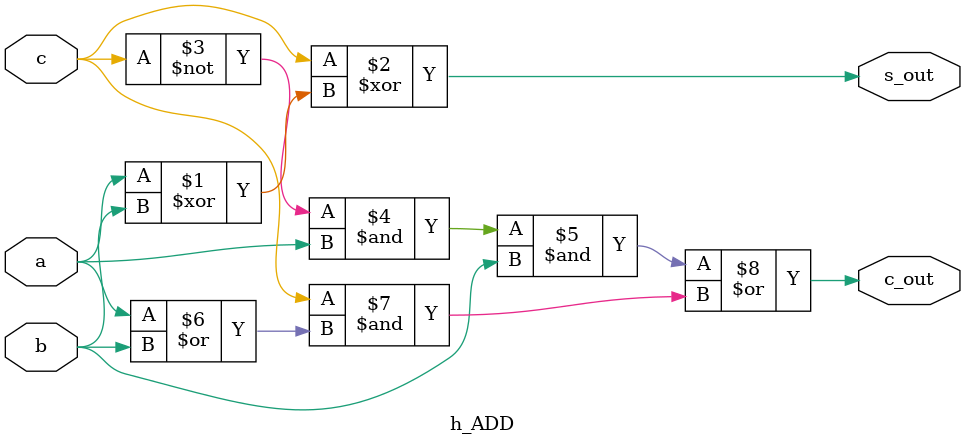
<source format=v>
module h_ADD
	(
		input  wire a,
		input  wire b,
		input  wire c,
		output wire s_out,
		output wire c_out
	);

	assign s_out = (c ^ (a ^ b));
	assign c_out = (~c & a & b) | (c & (a | b));

endmodule
</source>
